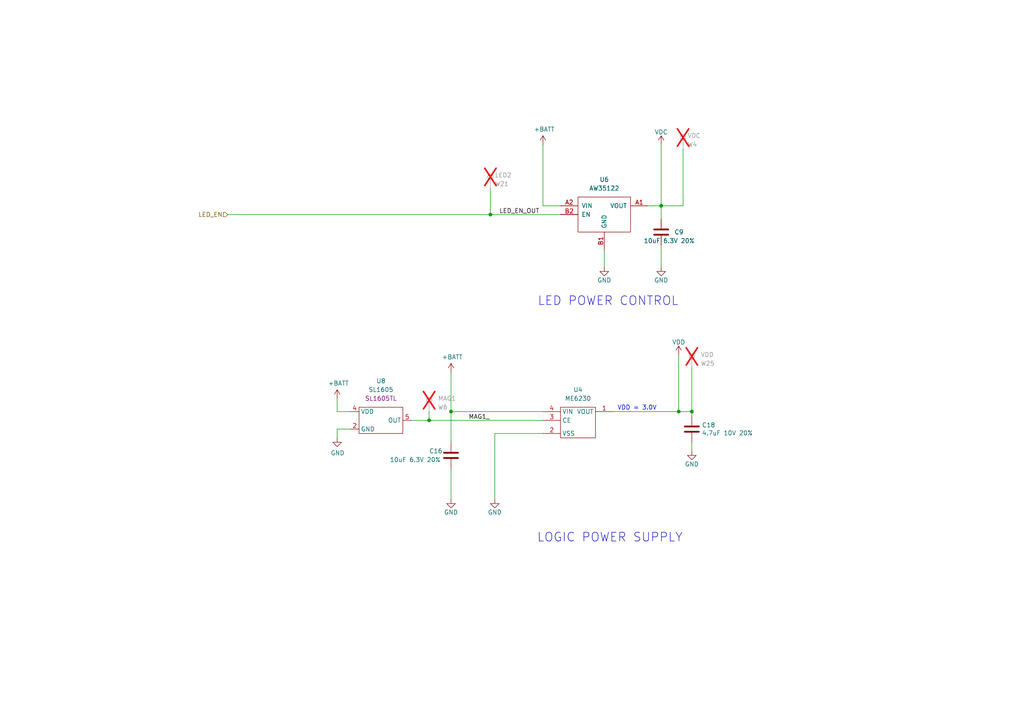
<source format=kicad_sch>
(kicad_sch (version 20250114) (generator "eeschema") (generator_version "9.0")
  (paper "A4")
  (title_block (title "Pixels D20 Schematic, Main") (date "2022-08-26") (rev "13") (company "Systemic Games, LLC") (comment 1 "Power Regulation"))
  (lib_symbols
    (symbol "Device:C" (pin_numbers (hide yes)) (pin_names (offset 0.254))
      (property "Reference" "C" (at 0.635 2.54 0))
      (property "Value" "C" (at 0.635 -2.54 0))
      (symbol "C_0_1"
        (polyline (pts (xy -2.032 0.762) (xy 2.032 0.762)) (stroke (width 0.508)))
        (polyline (pts (xy -2.032 -0.762) (xy 2.032 -0.762)) (stroke (width 0.508)))
      )
      (symbol "C_1_1"
        (pin passive line (at 0 3.81 270) (length 2.794) (name "~") (number "1"))
        (pin passive line (at 0 -3.81 90) (length 2.794) (name "~") (number "2"))
      )
    )
    (symbol "Pixels-dice:AW35122" (pin_names (offset 1.016))
      (property "Reference" "U" (at 6.35 -6.35 0))
      (property "Value" "AW35122" (at 0 6.35 0))
      (symbol "AW35122_0_1"
        (rectangle (start -7.62 5.08) (end 7.62 -5.08))
      )
      (symbol "AW35122_1_1"
        (pin power_in line (at -12.7 2.54 0) (length 5.08) (name "VIN") (number "A2"))
        (pin input line (at -12.7 0 0) (length 5.08) (name "EN") (number "B2"))
        (pin power_in line (at 0 -10.16 90) (length 5.08) (name "GND") (number "B1"))
        (pin power_out line (at 12.7 2.54 180) (length 5.08) (name "VOUT") (number "A1"))
      )
    )
    (symbol "Pixels-dice:ME6230-FBP1*1-4"
      (property "Reference" "U" (at 1.778 -6.604 0))
      (symbol "ME6230-FBP1*1-4_0_1"
        (rectangle (start -5.08 3.81) (end 5.08 -5.08))
      )
      (symbol "ME6230-FBP1*1-4_1_1"
        (pin power_in line (at -10.16 2.54 0) (length 5.08) (name "VIN") (number "4"))
        (pin input line (at -10.16 0 0) (length 5.08) (name "CE") (number "3"))
        (pin power_in line (at -10.16 -3.81 0) (length 5.08) (name "VSS") (number "2"))
        (pin power_out line (at 10.16 2.54 180) (length 5.08) (name "VOUT") (number "1"))
      )
    )
    (symbol "Pixels-dice:SL1605"
      (property "Reference" "U" (at 4.064 -5.08 0))
      (property "Value" "SL1605" (at 0 5.588 0))
      (symbol "SL1605_0_1"
        (rectangle (start -6.35 3.81) (end 6.35 -3.81))
      )
      (symbol "SL1605_1_1"
        (pin power_in line (at -8.89 2.54 0) (length 2.54) (name "VDD") (number "4"))
        (pin power_in line (at -8.89 -2.54 0) (length 2.54) (name "GND") (number "2"))
        (pin output line (at 8.89 0 180) (length 2.54) (name "OUT") (number "5"))
      )
    )
    (symbol "Pixels-dice:TEST_1P-conn" (pin_numbers (hide yes)) (pin_names (offset 0.762) (hide yes))
      (property "Reference" "W" (at 0 6.858 0))
      (property "Value" "TEST_1P-conn" (at 0 5.08 0))
      (symbol "TEST_1P-conn_0_1"
        (circle (center 0 3.302) (radius 0.762))
      )
      (symbol "TEST_1P-conn_1_1"
        (pin passive line (at 0 0 90) (length 2.54) (name "1") (number "1"))
      )
    )
    (symbol "power:+BATT" (power) (pin_names (offset 0))
      (property "Value" "+BATT" (at 0 3.556 0))
      (symbol "+BATT_0_1"
        (polyline (pts (xy -0.762 1.27) (xy 0 2.54)))
        (polyline (pts (xy 0 2.54) (xy 0.762 1.27)))
        (polyline (pts (xy 0 0) (xy 0 2.54)))
      )
      (symbol "+BATT_1_1"
        (pin power_in line (at 0 0 90) (length 0) (hide yes) (name "+BATT") (number "1"))
      )
    )
    (symbol "power:GND" (power) (pin_names (offset 0))
      (property "Value" "GND" (at 0 -3.81 0))
      (symbol "GND_0_1"
        (polyline (pts (xy 0 0) (xy 0 -1.27) (xy 1.27 -1.27) (xy 0 -2.54) (xy -1.27 -1.27) (xy 0 -1.27)))
      )
      (symbol "GND_1_1"
        (pin power_in line (at 0 0 270) (length 0) (hide yes) (name "GND") (number "1"))
      )
    )
    (symbol "power:VDC" (power) (pin_names (offset 0))
      (property "Value" "VDC" (at 0 6.35 0))
      (symbol "VDC_0_1"
        (polyline (pts (xy -0.762 1.27) (xy 0 2.54)))
        (polyline (pts (xy 0 2.54) (xy 0.762 1.27)))
        (polyline (pts (xy 0 0) (xy 0 2.54)))
      )
      (symbol "VDC_1_1"
        (pin power_in line (at 0 0 90) (length 0) (hide yes) (name "VDC") (number "1"))
      )
    )
    (symbol "power:VDD" (power) (pin_names (offset 0))
      (property "Value" "VDD" (at 0 3.81 0))
      (symbol "VDD_0_1"
        (polyline (pts (xy -0.762 1.27) (xy 0 2.54)))
        (polyline (pts (xy 0 2.54) (xy 0.762 1.27)))
        (polyline (pts (xy 0 0) (xy 0 2.54)))
      )
      (symbol "VDD_1_1"
        (pin power_in line (at 0 0 90) (length 0) (hide yes) (name "VDD") (number "1"))
      )
    )
  )
  (text "LOGIC POWER SUPPLY" (at 198.12 157.48 0) (effects (font (size 2.54 2.54)) (justify right bottom)))
  (text "LED POWER CONTROL" (at 196.85 88.9 0) (effects (font (size 2.54 2.54)) (justify right bottom)))
  (text "VDD = 3.0V" (at 190.5 119.126 0) (effects (font (size 1.27 1.27)) (justify right bottom)))
  (junction (at 142.24 62.23))
  (junction (at 200.66 119.38))
  (junction (at 124.46 121.92))
  (junction (at 191.77 59.69))
  (junction (at 130.81 119.38))
  (junction (at 196.85 119.38))
  (wire (pts (xy 200.66 119.38) (xy 200.66 120.65)))
  (wire (pts (xy 198.12 59.69) (xy 191.77 59.69)))
  (wire (pts (xy 119.38 121.92) (xy 124.46 121.92)))
  (wire (pts (xy 175.26 72.39) (xy 175.26 77.47)))
  (wire (pts (xy 200.66 106.68) (xy 200.66 119.38)))
  (wire (pts (xy 66.04 62.23) (xy 142.24 62.23)))
  (wire (pts (xy 157.48 125.73) (xy 143.51 125.73)))
  (wire (pts (xy 196.85 102.87) (xy 196.85 119.38)))
  (wire (pts (xy 191.77 63.5) (xy 191.77 59.69)))
  (wire (pts (xy 97.79 119.38) (xy 101.6 119.38)))
  (wire (pts (xy 162.56 59.69) (xy 157.48 59.69)))
  (wire (pts (xy 143.51 125.73) (xy 143.51 144.78)))
  (wire (pts (xy 130.81 107.95) (xy 130.81 119.38)))
  (wire (pts (xy 101.6 124.46) (xy 97.79 124.46)))
  (wire (pts (xy 97.79 115.57) (xy 97.79 119.38)))
  (wire (pts (xy 142.24 62.23) (xy 162.56 62.23)))
  (wire (pts (xy 97.79 124.46) (xy 97.79 127)))
  (wire (pts (xy 124.46 119.38) (xy 124.46 121.92)))
  (wire (pts (xy 196.85 119.38) (xy 200.66 119.38)))
  (wire (pts (xy 187.96 59.69) (xy 191.77 59.69)))
  (wire (pts (xy 157.48 41.91) (xy 157.48 59.69)))
  (wire (pts (xy 200.66 128.27) (xy 200.66 130.81)))
  (wire (pts (xy 142.24 54.61) (xy 142.24 62.23)))
  (wire (pts (xy 191.77 41.91) (xy 191.77 59.69)))
  (wire (pts (xy 124.46 121.92) (xy 157.48 121.92)))
  (wire (pts (xy 130.81 119.38) (xy 157.48 119.38)))
  (wire (pts (xy 191.77 71.12) (xy 191.77 77.47)))
  (wire (pts (xy 130.81 119.38) (xy 130.81 128.27)))
  (wire (pts (xy 130.81 135.89) (xy 130.81 144.78)))
  (wire (pts (xy 198.12 43.18) (xy 198.12 59.69)))
  (wire (pts (xy 177.8 119.38) (xy 196.85 119.38)))
  (label "LED_EN_OUT" (at 144.78 62.23 0))
  (label "MAG1_" (at 135.89 121.92 0))
  (hierarchical_label "LED_EN" (shape input) (at 66.04 62.23 180))
  (symbol (lib_id "Pixels-dice:TEST_1P-conn") (at 142.24 54.61 0) (unit 1) (in_bom no) (dnp yes)
    (property "Reference" "W21" (at 143.51 53.34 0) (effects (justify left)))
    (property "Value" "LED2" (at 143.51 50.8 0) (effects (justify left)))
    (property "Footprint" "Pixels-dice:TEST_PIN" (effects (hide yes)))
    (property "Generic OK" "N/A" (effects (hide yes)))
  )
  (symbol (lib_id "power:+BATT") (at 157.48 41.91 0) (unit 1)
    (property "Reference" "#PWR033" (effects (hide yes)))
    (property "Value" "+BATT" (at 157.861 37.5158 0))
  )
  (symbol (lib_id "Device:C") (at 200.66 124.46 0) (unit 1)
    (property "Reference" "C18" (at 203.581 123.2916 0) (effects (justify left)))
    (property "Value" "4.7uF 10V 20%" (at 203.581 125.603 0) (effects (justify left)))
    (property "Footprint" "Pixels-dice:C_0402_1005Metric" (effects (hide yes)))
    (property "Generic OK" "YES" (effects (hide yes)))
    (property "Manufacturer" "HRE" (effects (hide yes)))
    (property "Part Number" "CGA0402X5R475M100GT" (effects (hide yes)))
    (property "Alternate Manufacturer" "Samsung Electro-Mechanics" (effects (hide yes)))
    (property "Alternate PN" "CL05A475MP5NRNC" (effects (hide yes)))
    (property "Alternate LCSC Part #" "C23733" (effects (hide yes)))
    (property "LCSC Part #" "C1849652" (effects (hide yes)))
  )
  (symbol (lib_id "power:GND") (at 200.66 130.81 0) (unit 1)
    (property "Reference" "#PWR028" (effects (hide yes)))
    (property "Value" "GND" (at 200.66 134.62 0))
  )
  (symbol (lib_id "power:GND") (at 130.81 144.78 0) (unit 1)
    (property "Reference" "#PWR029" (effects (hide yes)))
    (property "Value" "GND" (at 130.81 148.59 0))
  )
  (symbol (lib_id "power:GND") (at 175.26 77.47 0) (unit 1)
    (property "Reference" "#PWR038" (effects (hide yes)))
    (property "Value" "GND" (at 175.26 81.28 0))
  )
  (symbol (lib_id "Device:C") (at 130.81 132.08 0) (unit 1)
    (property "Reference" "C16" (at 124.46 130.81 0) (effects (justify left)))
    (property "Value" "10uF 6.3V 20%" (at 113.03 133.35 0) (effects (justify left)))
    (property "Footprint" "Pixels-dice:C_0402_1005Metric" (effects (hide yes)))
    (property "Generic OK" "YES" (effects (hide yes)))
    (property "Manufacturer" "HRE" (effects (hide yes)))
    (property "Part Number" "CGA0402X5R106M6R3GT" (effects (hide yes)))
    (property "LCSC Part #" "C23692971" (effects (hide yes)))
  )
  (symbol (lib_id "power:+BATT") (at 130.81 107.95 0) (unit 1)
    (property "Reference" "#PWR025" (effects (hide yes)))
    (property "Value" "+BATT" (at 131.191 103.5558 0))
  )
  (symbol (lib_id "Pixels-dice:TEST_1P-conn") (at 200.66 106.68 0) (unit 1) (in_bom no) (dnp yes)
    (property "Reference" "W25" (at 203.2 105.41 0) (effects (justify left)))
    (property "Value" "VDD" (at 203.2 102.87 0) (effects (justify left)))
    (property "Footprint" "Pixels-dice:TEST_PIN" (effects (hide yes)))
    (property "Generic OK" "N/A" (effects (hide yes)))
  )
  (symbol (lib_id "Device:C") (at 191.77 67.31 0) (unit 1)
    (property "Reference" "C9" (at 195.58 67.31 0) (effects (justify left)))
    (property "Value" "10uF 6.3V 20%" (at 186.69 69.85 0) (effects (justify left)))
    (property "Footprint" "Pixels-dice:C_0402_1005Metric" (effects (hide yes)))
    (property "Generic OK" "YES" (effects (hide yes)))
    (property "Manufacturer" "HRE" (effects (hide yes)))
    (property "Part Number" "CGA0402X5R106M6R3GT" (effects (hide yes)))
    (property "LCSC Part #" "C23692971" (effects (hide yes)))
  )
  (symbol (lib_id "power:GND") (at 191.77 77.47 0) (unit 1)
    (property "Reference" "#PWR0142" (effects (hide yes)))
    (property "Value" "GND" (at 191.77 81.28 0))
  )
  (symbol (lib_id "power:GND") (at 97.79 127 0) (unit 1)
    (property "Reference" "#PWR045" (effects (hide yes)))
    (property "Value" "GND" (at 97.917 131.3942 0))
  )
  (symbol (lib_id "power:VDC") (at 191.77 41.91 0) (unit 1)
    (property "Reference" "#PWR026" (effects (hide yes)))
    (property "Value" "VDC" (at 191.77 38.3055 0))
  )
  (symbol (lib_id "Pixels-dice:TEST_1P-conn") (at 124.46 119.38 0) (unit 1) (in_bom no) (dnp yes)
    (property "Reference" "W6" (at 127 118.11 0) (effects (justify left)))
    (property "Value" "MAG1" (at 127 115.57 0) (effects (justify left)))
    (property "Footprint" "Pixels-dice:TEST_PIN" (effects (hide yes)))
    (property "Generic OK" "N/A" (effects (hide yes)))
  )
  (symbol (lib_id "power:GND") (at 143.51 144.78 0) (unit 1)
    (property "Reference" "#PWR031" (effects (hide yes)))
    (property "Value" "GND" (at 143.51 148.59 0))
  )
  (symbol (lib_id "power:+BATT") (at 97.79 115.57 0) (unit 1)
    (property "Reference" "#PWR017" (effects (hide yes)))
    (property "Value" "+BATT" (at 98.171 111.1758 0))
  )
  (symbol (lib_id "Pixels-dice:ME6230-FBP1*1-4") (at 167.64 121.92 0) (unit 1)
    (property "Reference" "U4" (at 167.64 113.03 0))
    (property "Value" "ME6230" (at 167.64 115.57 0))
    (property "Footprint" "Pixels-dice:FPB1_1-4" (effects (hide yes)))
    (property "Manufacturer" "MICRONE(Nanjing Micro One Elec)" (effects (hide yes)))
    (property "Part Number" "ME6230C30U4AG" (effects (hide yes)))
    (property "Alternate Manufacturer" "ChipLink Tech" (effects (hide yes)))
    (property "Alternate PN" "CL9906A30F4N" (effects (hide yes)))
    (property "Alternate LCSC Part #" "C5297658" (effects (hide yes)))
    (property "LCSC Part #" "C2925772" (effects (hide yes)))
  )
  (symbol (lib_id "Pixels-dice:SL1605") (at 110.49 121.92 0) (unit 1)
    (property "Reference" "U8" (at 110.49 110.49 0))
    (property "Value" "SL1605" (at 110.49 113.03 0))
    (property "Footprint" "Package_TO_SOT_SMD:SOT-553" (effects (hide yes)))
    (property "Manufacturer" "Slkor(SLKORMICRO Elec.)" (effects (hide yes)))
    (property "Part Number" "SL1605TL" (at 110.49 115.57 0))
    (property "LCSC Part #" "C2826474" (effects (hide yes)))
  )
  (symbol (lib_id "Pixels-dice:TEST_1P-conn") (at 198.12 43.18 0) (unit 1) (in_bom no) (dnp yes)
    (property "Reference" "W4" (at 199.39 41.91 0) (effects (justify left)))
    (property "Value" "VDC" (at 199.39 39.37 0) (effects (justify left)))
    (property "Footprint" "Pixels-dice:TEST_PIN" (effects (hide yes)))
    (property "Generic OK" "N/A" (effects (hide yes)))
  )
  (symbol (lib_id "power:VDD") (at 196.85 102.87 0) (unit 1)
    (property "Reference" "#PWR027" (effects (hide yes)))
    (property "Value" "VDD" (at 196.85 99.2655 0))
  )
  (symbol (lib_id "Pixels-dice:AW35122") (at 175.26 62.23 0) (unit 1)
    (property "Reference" "U6" (at 175.26 52.07 0))
    (property "Value" "AW35122" (at 175.26 54.61 0))
    (property "Footprint" "Pixels-dice:AW35122" (effects (hide yes)))
    (property "Manufacturer" "AWINIC(Shanghai Awinic Tech)" (effects (hide yes)))
    (property "Part Number" "AW35122FDR" (effects (hide yes)))
    (property "LCSC Part #" "C5125911" (effects (hide yes)))
  )
)
</source>
